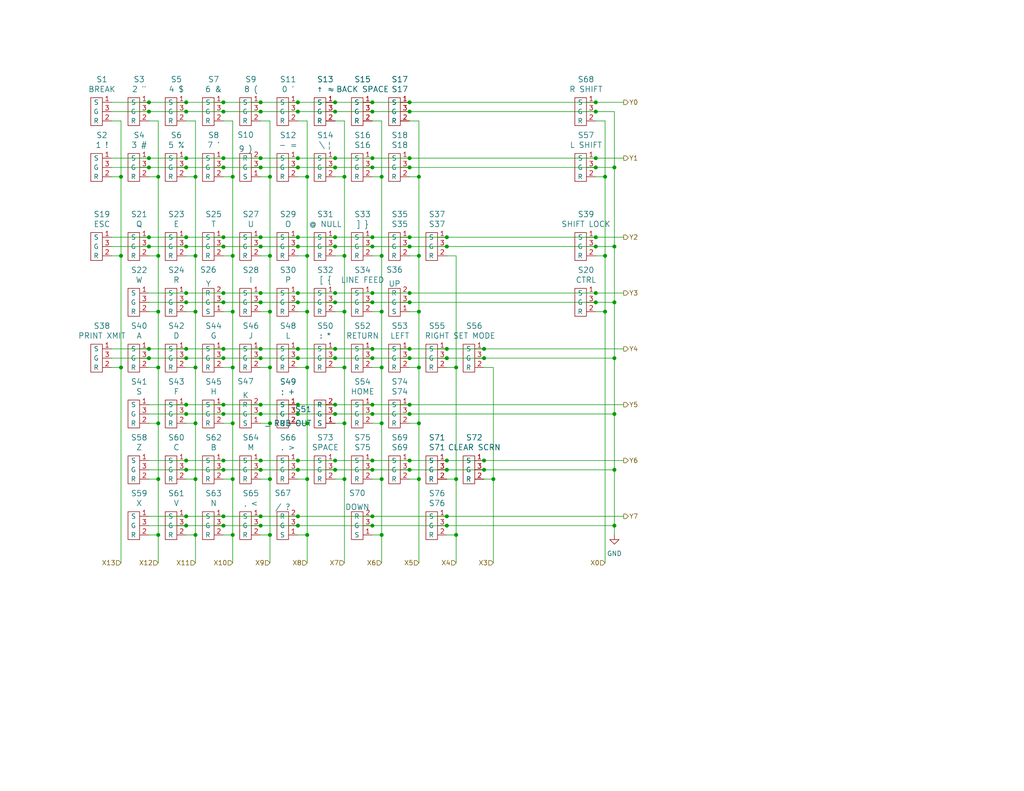
<source format=kicad_sch>
(kicad_sch (version 20211123) (generator eeschema)
  (paper "USLetter")
  (junction (at 40.64 30.48))
  (junction (at 93.98 115.57))
  (junction (at 132.08 128.27))
  (junction (at 71.12 82.55))
  (junction (at 81.28 82.55))
  (junction (at 121.92 140.97))
  (junction (at 101.6 43.18))
  (junction (at 132.08 97.79))
  (junction (at 63.5 130.81))
  (junction (at 91.44 95.25))
  (junction (at 114.3 100.33))
  (junction (at 121.92 143.51))
  (junction (at 124.46 130.81))
  (junction (at 60.96 27.94))
  (junction (at 33.02 48.26))
  (junction (at 71.12 113.03))
  (junction (at 111.76 97.79))
  (junction (at 162.56 82.55))
  (junction (at 60.96 140.97))
  (junction (at 167.64 97.79))
  (junction (at 111.76 128.27))
  (junction (at 43.18 48.26))
  (junction (at 111.76 67.31))
  (junction (at 60.96 95.25))
  (junction (at 91.44 82.55))
  (junction (at 91.44 125.73))
  (junction (at 63.5 85.09))
  (junction (at 162.56 67.31))
  (junction (at 111.76 27.94))
  (junction (at 111.76 95.25))
  (junction (at 33.02 69.85))
  (junction (at 104.14 85.09))
  (junction (at 60.96 82.55))
  (junction (at 50.8 113.03))
  (junction (at 167.64 113.03))
  (junction (at 81.28 30.48))
  (junction (at 71.12 143.51))
  (junction (at 43.18 115.57))
  (junction (at 83.82 115.57))
  (junction (at 33.02 100.33))
  (junction (at 60.96 30.48))
  (junction (at 93.98 69.85))
  (junction (at 91.44 43.18))
  (junction (at 71.12 110.49))
  (junction (at 50.8 82.55))
  (junction (at 111.76 82.55))
  (junction (at 121.92 67.31))
  (junction (at 73.66 146.05))
  (junction (at 124.46 100.33))
  (junction (at 71.12 30.48))
  (junction (at 71.12 45.72))
  (junction (at 101.6 45.72))
  (junction (at 167.64 45.72))
  (junction (at 162.56 30.48))
  (junction (at 167.64 143.51))
  (junction (at 73.66 130.81))
  (junction (at 93.98 100.33))
  (junction (at 40.64 64.77))
  (junction (at 60.96 125.73))
  (junction (at 101.6 27.94))
  (junction (at 101.6 80.01))
  (junction (at 50.8 110.49))
  (junction (at 81.28 27.94))
  (junction (at 91.44 64.77))
  (junction (at 50.8 67.31))
  (junction (at 43.18 146.05))
  (junction (at 60.96 43.18))
  (junction (at 81.28 45.72))
  (junction (at 60.96 45.72))
  (junction (at 124.46 146.05))
  (junction (at 104.14 115.57))
  (junction (at 81.28 113.03))
  (junction (at 81.28 125.73))
  (junction (at 50.8 95.25))
  (junction (at 165.1 48.26))
  (junction (at 93.98 48.26))
  (junction (at 60.96 113.03))
  (junction (at 53.34 69.85))
  (junction (at 63.5 146.05))
  (junction (at 91.44 113.03))
  (junction (at 134.62 130.81))
  (junction (at 101.6 110.49))
  (junction (at 93.98 85.09))
  (junction (at 40.64 95.25))
  (junction (at 81.28 67.31))
  (junction (at 111.76 113.03))
  (junction (at 50.8 140.97))
  (junction (at 162.56 80.01))
  (junction (at 167.64 67.31))
  (junction (at 73.66 100.33))
  (junction (at 83.82 100.33))
  (junction (at 83.82 130.81))
  (junction (at 121.92 95.25))
  (junction (at 63.5 100.33))
  (junction (at 81.28 80.01))
  (junction (at 104.14 48.26))
  (junction (at 53.34 130.81))
  (junction (at 104.14 146.05))
  (junction (at 91.44 80.01))
  (junction (at 114.3 69.85))
  (junction (at 91.44 97.79))
  (junction (at 60.96 97.79))
  (junction (at 111.76 125.73))
  (junction (at 50.8 125.73))
  (junction (at 50.8 43.18))
  (junction (at 165.1 69.85))
  (junction (at 111.76 64.77))
  (junction (at 101.6 125.73))
  (junction (at 40.64 45.72))
  (junction (at 73.66 48.26))
  (junction (at 81.28 43.18))
  (junction (at 162.56 27.94))
  (junction (at 104.14 130.81))
  (junction (at 40.64 97.79))
  (junction (at 53.34 146.05))
  (junction (at 81.28 97.79))
  (junction (at 50.8 45.72))
  (junction (at 121.92 64.77))
  (junction (at 81.28 95.25))
  (junction (at 60.96 64.77))
  (junction (at 63.5 48.26))
  (junction (at 101.6 97.79))
  (junction (at 91.44 45.72))
  (junction (at 40.64 43.18))
  (junction (at 60.96 67.31))
  (junction (at 132.08 125.73))
  (junction (at 91.44 110.49))
  (junction (at 43.18 100.33))
  (junction (at 101.6 67.31))
  (junction (at 50.8 27.94))
  (junction (at 114.3 85.09))
  (junction (at 101.6 143.51))
  (junction (at 81.28 143.51))
  (junction (at 111.76 110.49))
  (junction (at 73.66 115.57))
  (junction (at 71.12 95.25))
  (junction (at 71.12 67.31))
  (junction (at 104.14 100.33))
  (junction (at 91.44 30.48))
  (junction (at 162.56 43.18))
  (junction (at 83.82 69.85))
  (junction (at 167.64 82.55))
  (junction (at 83.82 146.05))
  (junction (at 43.18 69.85))
  (junction (at 40.64 27.94))
  (junction (at 121.92 125.73))
  (junction (at 91.44 128.27))
  (junction (at 71.12 80.01))
  (junction (at 71.12 125.73))
  (junction (at 71.12 64.77))
  (junction (at 111.76 30.48))
  (junction (at 81.28 140.97))
  (junction (at 60.96 128.27))
  (junction (at 111.76 43.18))
  (junction (at 53.34 115.57))
  (junction (at 114.3 48.26))
  (junction (at 83.82 85.09))
  (junction (at 50.8 143.51))
  (junction (at 50.8 30.48))
  (junction (at 114.3 115.57))
  (junction (at 132.08 95.25))
  (junction (at 121.92 128.27))
  (junction (at 40.64 67.31))
  (junction (at 53.34 85.09))
  (junction (at 111.76 80.01))
  (junction (at 101.6 140.97))
  (junction (at 71.12 140.97))
  (junction (at 73.66 85.09))
  (junction (at 101.6 30.48))
  (junction (at 91.44 27.94))
  (junction (at 43.18 130.81))
  (junction (at 71.12 27.94))
  (junction (at 73.66 69.85))
  (junction (at 63.5 69.85))
  (junction (at 53.34 48.26))
  (junction (at 104.14 69.85))
  (junction (at 162.56 64.77))
  (junction (at 71.12 97.79))
  (junction (at 53.34 100.33))
  (junction (at 101.6 82.55))
  (junction (at 50.8 80.01))
  (junction (at 167.64 128.27))
  (junction (at 162.56 45.72))
  (junction (at 101.6 128.27))
  (junction (at 71.12 43.18))
  (junction (at 81.28 110.49))
  (junction (at 43.18 85.09))
  (junction (at 50.8 128.27))
  (junction (at 101.6 113.03))
  (junction (at 71.12 128.27))
  (junction (at 91.44 67.31))
  (junction (at 165.1 85.09))
  (junction (at 93.98 130.81))
  (junction (at 81.28 128.27))
  (junction (at 101.6 95.25))
  (junction (at 60.96 80.01))
  (junction (at 50.8 97.79))
  (junction (at 101.6 64.77))
  (junction (at 60.96 143.51))
  (junction (at 111.76 45.72))
  (junction (at 50.8 64.77))
  (junction (at 121.92 97.79))
  (junction (at 81.28 64.77))
  (junction (at 83.82 48.26))
  (junction (at 114.3 130.81))
  (junction (at 63.5 115.57))
  (junction (at 60.96 110.49))
  (wire (pts (xy 111.76 33.02) (xy 114.3 33.02)))
  (wire (pts (xy 30.48 97.79) (xy 40.64 97.79)))
  (wire (pts (xy 73.66 85.09) (xy 73.66 100.33)))
  (wire (pts (xy 134.62 100.33) (xy 134.62 130.81)))
  (wire (pts (xy 101.6 80.01) (xy 111.76 80.01)))
  (wire (pts (xy 162.56 27.94) (xy 170.18 27.94)))
  (wire (pts (xy 111.76 110.49) (xy 170.18 110.49)))
  (wire (pts (xy 71.12 80.01) (xy 81.28 80.01)))
  (wire (pts (xy 40.64 43.18) (xy 50.8 43.18)))
  (wire (pts (xy 167.64 45.72) (xy 167.64 67.31)))
  (wire (pts (xy 73.66 85.09) (xy 71.12 85.09)))
  (wire (pts (xy 50.8 100.33) (xy 53.34 100.33)))
  (wire (pts (xy 91.44 64.77) (xy 101.6 64.77)))
  (wire (pts (xy 91.44 45.72) (xy 101.6 45.72)))
  (wire (pts (xy 53.34 115.57) (xy 53.34 130.81)))
  (wire (pts (xy 167.64 30.48) (xy 167.64 45.72)))
  (wire (pts (xy 111.76 128.27) (xy 121.92 128.27)))
  (wire (pts (xy 50.8 113.03) (xy 60.96 113.03)))
  (wire (pts (xy 101.6 97.79) (xy 111.76 97.79)))
  (wire (pts (xy 162.56 33.02) (xy 165.1 33.02)))
  (wire (pts (xy 165.1 69.85) (xy 165.1 85.09)))
  (wire (pts (xy 60.96 95.25) (xy 71.12 95.25)))
  (wire (pts (xy 121.92 143.51) (xy 167.64 143.51)))
  (wire (pts (xy 81.28 43.18) (xy 91.44 43.18)))
  (wire (pts (xy 40.64 82.55) (xy 50.8 82.55)))
  (wire (pts (xy 53.34 130.81) (xy 53.34 146.05)))
  (wire (pts (xy 81.28 113.03) (xy 91.44 113.03)))
  (wire (pts (xy 101.6 128.27) (xy 111.76 128.27)))
  (wire (pts (xy 83.82 115.57) (xy 83.82 130.81)))
  (wire (pts (xy 124.46 146.05) (xy 124.46 153.67)))
  (wire (pts (xy 101.6 67.31) (xy 111.76 67.31)))
  (wire (pts (xy 71.12 130.81) (xy 73.66 130.81)))
  (wire (pts (xy 33.02 48.26) (xy 33.02 69.85)))
  (wire (pts (xy 33.02 100.33) (xy 33.02 153.67)))
  (wire (pts (xy 81.28 128.27) (xy 91.44 128.27)))
  (wire (pts (xy 71.12 95.25) (xy 81.28 95.25)))
  (wire (pts (xy 121.92 140.97) (xy 170.18 140.97)))
  (wire (pts (xy 73.66 115.57) (xy 73.66 130.81)))
  (wire (pts (xy 132.08 95.25) (xy 170.18 95.25)))
  (wire (pts (xy 60.96 45.72) (xy 71.12 45.72)))
  (wire (pts (xy 50.8 146.05) (xy 53.34 146.05)))
  (wire (pts (xy 114.3 48.26) (xy 111.76 48.26)))
  (wire (pts (xy 167.64 97.79) (xy 167.64 113.03)))
  (wire (pts (xy 101.6 125.73) (xy 111.76 125.73)))
  (wire (pts (xy 134.62 130.81) (xy 134.62 153.67)))
  (wire (pts (xy 71.12 43.18) (xy 81.28 43.18)))
  (wire (pts (xy 60.96 43.18) (xy 71.12 43.18)))
  (wire (pts (xy 73.66 69.85) (xy 73.66 85.09)))
  (wire (pts (xy 40.64 64.77) (xy 50.8 64.77)))
  (wire (pts (xy 111.76 100.33) (xy 114.3 100.33)))
  (wire (pts (xy 71.12 97.79) (xy 81.28 97.79)))
  (wire (pts (xy 81.28 143.51) (xy 71.12 143.51)))
  (wire (pts (xy 40.64 80.01) (xy 50.8 80.01)))
  (wire (pts (xy 30.48 30.48) (xy 40.64 30.48)))
  (wire (pts (xy 81.28 115.57) (xy 83.82 115.57)))
  (wire (pts (xy 53.34 48.26) (xy 50.8 48.26)))
  (wire (pts (xy 50.8 95.25) (xy 60.96 95.25)))
  (wire (pts (xy 50.8 43.18) (xy 60.96 43.18)))
  (wire (pts (xy 53.34 85.09) (xy 53.34 100.33)))
  (wire (pts (xy 40.64 67.31) (xy 50.8 67.31)))
  (wire (pts (xy 81.28 100.33) (xy 83.82 100.33)))
  (wire (pts (xy 43.18 33.02) (xy 43.18 48.26)))
  (wire (pts (xy 114.3 130.81) (xy 114.3 153.67)))
  (wire (pts (xy 73.66 48.26) (xy 73.66 69.85)))
  (wire (pts (xy 81.28 33.02) (xy 83.82 33.02)))
  (wire (pts (xy 104.14 146.05) (xy 104.14 153.67)))
  (wire (pts (xy 60.96 113.03) (xy 71.12 113.03)))
  (wire (pts (xy 114.3 85.09) (xy 114.3 100.33)))
  (wire (pts (xy 71.12 115.57) (xy 73.66 115.57)))
  (wire (pts (xy 60.96 64.77) (xy 71.12 64.77)))
  (wire (pts (xy 121.92 143.51) (xy 101.6 143.51)))
  (wire (pts (xy 91.44 110.49) (xy 101.6 110.49)))
  (wire (pts (xy 162.56 80.01) (xy 170.18 80.01)))
  (wire (pts (xy 104.14 33.02) (xy 104.14 48.26)))
  (wire (pts (xy 162.56 43.18) (xy 170.18 43.18)))
  (wire (pts (xy 93.98 33.02) (xy 93.98 48.26)))
  (wire (pts (xy 60.96 130.81) (xy 63.5 130.81)))
  (wire (pts (xy 40.64 69.85) (xy 43.18 69.85)))
  (wire (pts (xy 81.28 69.85) (xy 83.82 69.85)))
  (wire (pts (xy 91.44 80.01) (xy 101.6 80.01)))
  (wire (pts (xy 111.76 82.55) (xy 162.56 82.55)))
  (wire (pts (xy 167.64 67.31) (xy 167.64 82.55)))
  (wire (pts (xy 104.14 100.33) (xy 104.14 115.57)))
  (wire (pts (xy 40.64 130.81) (xy 43.18 130.81)))
  (wire (pts (xy 91.44 67.31) (xy 101.6 67.31)))
  (wire (pts (xy 30.48 67.31) (xy 40.64 67.31)))
  (wire (pts (xy 40.64 27.94) (xy 50.8 27.94)))
  (wire (pts (xy 165.1 48.26) (xy 165.1 69.85)))
  (wire (pts (xy 101.6 95.25) (xy 111.76 95.25)))
  (wire (pts (xy 50.8 64.77) (xy 60.96 64.77)))
  (wire (pts (xy 60.96 33.02) (xy 63.5 33.02)))
  (wire (pts (xy 162.56 82.55) (xy 167.64 82.55)))
  (wire (pts (xy 104.14 85.09) (xy 101.6 85.09)))
  (wire (pts (xy 50.8 69.85) (xy 53.34 69.85)))
  (wire (pts (xy 63.5 69.85) (xy 63.5 85.09)))
  (wire (pts (xy 111.76 115.57) (xy 114.3 115.57)))
  (wire (pts (xy 30.48 100.33) (xy 33.02 100.33)))
  (wire (pts (xy 53.34 100.33) (xy 53.34 115.57)))
  (wire (pts (xy 50.8 130.81) (xy 53.34 130.81)))
  (wire (pts (xy 43.18 85.09) (xy 43.18 100.33)))
  (wire (pts (xy 71.12 33.02) (xy 73.66 33.02)))
  (wire (pts (xy 83.82 69.85) (xy 83.82 85.09)))
  (wire (pts (xy 71.12 45.72) (xy 81.28 45.72)))
  (wire (pts (xy 53.34 33.02) (xy 53.34 48.26)))
  (wire (pts (xy 63.5 153.67) (xy 63.5 146.05)))
  (wire (pts (xy 167.64 128.27) (xy 167.64 143.51)))
  (wire (pts (xy 40.64 45.72) (xy 50.8 45.72)))
  (wire (pts (xy 93.98 130.81) (xy 93.98 153.67)))
  (wire (pts (xy 43.18 100.33) (xy 43.18 115.57)))
  (wire (pts (xy 93.98 100.33) (xy 93.98 115.57)))
  (wire (pts (xy 114.3 85.09) (xy 111.76 85.09)))
  (wire (pts (xy 101.6 27.94) (xy 111.76 27.94)))
  (wire (pts (xy 121.92 128.27) (xy 132.08 128.27)))
  (wire (pts (xy 81.28 64.77) (xy 91.44 64.77)))
  (wire (pts (xy 91.44 33.02) (xy 93.98 33.02)))
  (wire (pts (xy 60.96 143.51) (xy 50.8 143.51)))
  (wire (pts (xy 60.96 69.85) (xy 63.5 69.85)))
  (wire (pts (xy 33.02 33.02) (xy 33.02 48.26)))
  (wire (pts (xy 121.92 100.33) (xy 124.46 100.33)))
  (wire (pts (xy 162.56 85.09) (xy 165.1 85.09)))
  (wire (pts (xy 43.18 48.26) (xy 43.18 69.85)))
  (wire (pts (xy 101.6 113.03) (xy 111.76 113.03)))
  (wire (pts (xy 111.76 80.01) (xy 162.56 80.01)))
  (wire (pts (xy 111.76 130.81) (xy 114.3 130.81)))
  (wire (pts (xy 111.76 45.72) (xy 162.56 45.72)))
  (wire (pts (xy 93.98 115.57) (xy 93.98 130.81)))
  (wire (pts (xy 60.96 80.01) (xy 71.12 80.01)))
  (wire (pts (xy 30.48 43.18) (xy 40.64 43.18)))
  (wire (pts (xy 121.92 97.79) (xy 132.08 97.79)))
  (wire (pts (xy 162.56 69.85) (xy 165.1 69.85)))
  (wire (pts (xy 40.64 95.25) (xy 50.8 95.25)))
  (wire (pts (xy 162.56 67.31) (xy 167.64 67.31)))
  (wire (pts (xy 165.1 85.09) (xy 165.1 153.67)))
  (wire (pts (xy 30.48 64.77) (xy 40.64 64.77)))
  (wire (pts (xy 60.96 115.57) (xy 63.5 115.57)))
  (wire (pts (xy 83.82 48.26) (xy 83.82 69.85)))
  (wire (pts (xy 53.34 69.85) (xy 53.34 85.09)))
  (wire (pts (xy 121.92 125.73) (xy 132.08 125.73)))
  (wire (pts (xy 71.12 82.55) (xy 81.28 82.55)))
  (wire (pts (xy 81.28 80.01) (xy 91.44 80.01)))
  (wire (pts (xy 63.5 130.81) (xy 63.5 146.05)))
  (wire (pts (xy 111.76 67.31) (xy 121.92 67.31)))
  (wire (pts (xy 30.48 33.02) (xy 33.02 33.02)))
  (wire (pts (xy 53.34 48.26) (xy 53.34 69.85)))
  (wire (pts (xy 83.82 85.09) (xy 81.28 85.09)))
  (wire (pts (xy 91.44 95.25) (xy 101.6 95.25)))
  (wire (pts (xy 91.44 27.94) (xy 101.6 27.94)))
  (wire (pts (xy 71.12 27.94) (xy 81.28 27.94)))
  (wire (pts (xy 111.76 43.18) (xy 162.56 43.18)))
  (wire (pts (xy 101.6 64.77) (xy 111.76 64.77)))
  (wire (pts (xy 111.76 27.94) (xy 162.56 27.94)))
  (wire (pts (xy 162.56 48.26) (xy 165.1 48.26)))
  (wire (pts (xy 162.56 45.72) (xy 167.64 45.72)))
  (wire (pts (xy 73.66 130.81) (xy 73.66 146.05)))
  (wire (pts (xy 121.92 95.25) (xy 132.08 95.25)))
  (wire (pts (xy 40.64 100.33) (xy 43.18 100.33)))
  (wire (pts (xy 132.08 100.33) (xy 134.62 100.33)))
  (wire (pts (xy 73.66 100.33) (xy 73.66 115.57)))
  (wire (pts (xy 30.48 45.72) (xy 40.64 45.72)))
  (wire (pts (xy 60.96 128.27) (xy 71.12 128.27)))
  (wire (pts (xy 91.44 97.79) (xy 101.6 97.79)))
  (wire (pts (xy 40.64 33.02) (xy 43.18 33.02)))
  (wire (pts (xy 33.02 69.85) (xy 33.02 100.33)))
  (wire (pts (xy 114.3 100.33) (xy 114.3 115.57)))
  (wire (pts (xy 63.5 115.57) (xy 63.5 130.81)))
  (wire (pts (xy 81.28 82.55) (xy 91.44 82.55)))
  (wire (pts (xy 43.18 69.85) (xy 43.18 85.09)))
  (wire (pts (xy 91.44 128.27) (xy 101.6 128.27)))
  (wire (pts (xy 73.66 33.02) (xy 73.66 48.26)))
  (wire (pts (xy 71.12 128.27) (xy 81.28 128.27)))
  (wire (pts (xy 121.92 69.85) (xy 124.46 69.85)))
  (wire (pts (xy 50.8 110.49) (xy 60.96 110.49)))
  (wire (pts (xy 83.82 33.02) (xy 83.82 48.26)))
  (wire (pts (xy 167.64 82.55) (xy 167.64 97.79)))
  (wire (pts (xy 81.28 95.25) (xy 91.44 95.25)))
  (wire (pts (xy 81.28 97.79) (xy 91.44 97.79)))
  (wire (pts (xy 101.6 69.85) (xy 104.14 69.85)))
  (wire (pts (xy 40.64 115.57) (xy 43.18 115.57)))
  (wire (pts (xy 81.28 27.94) (xy 91.44 27.94)))
  (wire (pts (xy 81.28 30.48) (xy 91.44 30.48)))
  (wire (pts (xy 101.6 33.02) (xy 104.14 33.02)))
  (wire (pts (xy 71.12 125.73) (xy 81.28 125.73)))
  (wire (pts (xy 132.08 128.27) (xy 167.64 128.27)))
  (wire (pts (xy 104.14 48.26) (xy 101.6 48.26)))
  (wire (pts (xy 124.46 100.33) (xy 124.46 130.81)))
  (wire (pts (xy 93.98 69.85) (xy 93.98 85.09)))
  (wire (pts (xy 91.44 115.57) (xy 93.98 115.57)))
  (wire (pts (xy 81.28 140.97) (xy 101.6 140.97)))
  (wire (pts (xy 40.64 143.51) (xy 50.8 143.51)))
  (wire (pts (xy 60.96 143.51) (xy 71.12 143.51)))
  (wire (pts (xy 83.82 130.81) (xy 83.82 146.05)))
  (wire (pts (xy 91.44 43.18) (xy 101.6 43.18)))
  (wire (pts (xy 101.6 100.33) (xy 104.14 100.33)))
  (wire (pts (xy 104.14 48.26) (xy 104.14 69.85)))
  (wire (pts (xy 114.3 48.26) (xy 114.3 69.85)))
  (wire (pts (xy 111.76 97.79) (xy 121.92 97.79)))
  (wire (pts (xy 81.28 130.81) (xy 83.82 130.81)))
  (wire (pts (xy 165.1 33.02) (xy 165.1 48.26)))
  (wire (pts (xy 101.6 146.05) (xy 104.14 146.05)))
  (wire (pts (xy 111.76 69.85) (xy 114.3 69.85)))
  (wire (pts (xy 60.96 97.79) (xy 71.12 97.79)))
  (wire (pts (xy 132.08 97.79) (xy 167.64 97.79)))
  (wire (pts (xy 111.76 95.25) (xy 121.92 95.25)))
  (wire (pts (xy 81.28 143.51) (xy 101.6 143.51)))
  (wire (pts (xy 60.96 140.97) (xy 71.12 140.97)))
  (wire (pts (xy 101.6 140.97) (xy 121.92 140.97)))
  (wire (pts (xy 40.64 30.48) (xy 50.8 30.48)))
  (wire (pts (xy 81.28 67.31) (xy 91.44 67.31)))
  (wire (pts (xy 81.28 125.73) (xy 91.44 125.73)))
  (wire (pts (xy 40.64 140.97) (xy 50.8 140.97)))
  (wire (pts (xy 124.46 130.81) (xy 124.46 146.05)))
  (wire (pts (xy 91.44 69.85) (xy 93.98 69.85)))
  (wire (pts (xy 81.28 146.05) (xy 83.82 146.05)))
  (wire (pts (xy 167.64 113.03) (xy 167.64 128.27)))
  (wire (pts (xy 63.5 48.26) (xy 63.5 69.85)))
  (wire (pts (xy 50.8 97.79) (xy 60.96 97.79)))
  (wire (pts (xy 104.14 85.09) (xy 104.14 100.33)))
  (wire (pts (xy 114.3 33.02) (xy 114.3 48.26)))
  (wire (pts (xy 114.3 115.57) (xy 114.3 130.81)))
  (wire (pts (xy 104.14 69.85) (xy 104.14 85.09)))
  (wire (pts (xy 93.98 85.09) (xy 93.98 100.33)))
  (wire (pts (xy 40.64 110.49) (xy 50.8 110.49)))
  (wire (pts (xy 71.12 100.33) (xy 73.66 100.33)))
  (wire (pts (xy 111.76 113.03) (xy 167.64 113.03)))
  (wire (pts (xy 111.76 125.73) (xy 121.92 125.73)))
  (wire (pts (xy 83.82 48.26) (xy 81.28 48.26)))
  (wire (pts (xy 63.5 33.02) (xy 63.5 48.26)))
  (wire (pts (xy 81.28 45.72) (xy 91.44 45.72)))
  (wire (pts (xy 93.98 85.09) (xy 91.44 85.09)))
  (wire (pts (xy 50.8 128.27) (xy 60.96 128.27)))
  (wire (pts (xy 83.82 100.33) (xy 83.82 115.57)))
  (wire (pts (xy 43.18 48.26) (xy 40.64 48.26)))
  (wire (pts (xy 53.34 146.05) (xy 53.34 153.67)))
  (wire (pts (xy 50.8 27.94) (xy 60.96 27.94)))
  (wire (pts (xy 91.44 30.48) (xy 101.6 30.48)))
  (wire (pts (xy 63.5 48.26) (xy 60.96 48.26)))
  (wire (pts (xy 91.44 82.55) (xy 101.6 82.55)))
  (wire (pts (xy 132.08 125.73) (xy 170.18 125.73)))
  (wire (pts (xy 121.92 146.05) (xy 124.46 146.05)))
  (wire (pts (xy 71.12 67.31) (xy 81.28 67.31)))
  (wire (pts (xy 81.28 110.49) (xy 91.44 110.49)))
  (wire (pts (xy 91.44 100.33) (xy 93.98 100.33)))
  (wire (pts (xy 91.44 130.81) (xy 93.98 130.81)))
  (wire (pts (xy 101.6 45.72) (xy 111.76 45.72)))
  (wire (pts (xy 71.12 113.03) (xy 81.28 113.03)))
  (wire (pts (xy 93.98 48.26) (xy 91.44 48.26)))
  (wire (pts (xy 60.96 100.33) (xy 63.5 100.33)))
  (wire (pts (xy 114.3 69.85) (xy 114.3 85.09)))
  (wire (pts (xy 104.14 115.57) (xy 104.14 130.81)))
  (wire (pts (xy 43.18 85.09) (xy 40.64 85.09)))
  (wire (pts (xy 101.6 110.49) (xy 111.76 110.49)))
  (wire (pts (xy 101.6 115.57) (xy 104.14 115.57)))
  (wire (pts (xy 63.5 100.33) (xy 63.5 115.57)))
  (wire (pts (xy 60.96 27.94) (xy 71.12 27.94)))
  (wire (pts (xy 101.6 130.81) (xy 104.14 130.81)))
  (wire (pts (xy 30.48 27.94) (xy 40.64 27.94)))
  (wire (pts (xy 162.56 30.48) (xy 167.64 30.48)))
  (wire (pts (xy 63.5 85.09) (xy 63.5 100.33)))
  (wire (pts (xy 60.96 146.05) (xy 63.5 146.05)))
  (wire (pts (xy 73.66 146.05) (xy 73.66 153.67)))
  (wire (pts (xy 132.08 130.81) (xy 134.62 130.81)))
  (wire (pts (xy 93.98 48.26) (xy 93.98 69.85)))
  (wire (pts (xy 121.92 64.77) (xy 162.56 64.77)))
  (wire (pts (xy 71.12 140.97) (xy 81.28 140.97)))
  (wire (pts (xy 71.12 146.05) (xy 73.66 146.05)))
  (wire (pts (xy 53.34 85.09) (xy 50.8 85.09)))
  (wire (pts (xy 91.44 113.03) (xy 101.6 113.03)))
  (wire (pts (xy 91.44 125.73) (xy 101.6 125.73)))
  (wire (pts (xy 60.96 67.31) (xy 71.12 67.31)))
  (wire (pts (xy 40.64 113.03) (xy 50.8 113.03)))
  (wire (pts (xy 43.18 146.05) (xy 43.18 153.67)))
  (wire (pts (xy 101.6 30.48) (xy 111.76 30.48)))
  (wire (pts (xy 43.18 130.81) (xy 43.18 146.05)))
  (wire (pts (xy 60.96 110.49) (xy 71.12 110.49)))
  (wire (pts (xy 73.66 48.26) (xy 71.12 48.26)))
  (wire (pts (xy 43.18 115.57) (xy 43.18 130.81)))
  (wire (pts (xy 104.14 130.81) (xy 104.14 146.05)))
  (wire (pts (xy 71.12 69.85) (xy 73.66 69.85)))
  (wire (pts (xy 50.8 140.97) (xy 60.96 140.97)))
  (wire (pts (xy 71.12 64.77) (xy 81.28 64.77)))
  (wire (pts (xy 71.12 110.49) (xy 81.28 110.49)))
  (wire (pts (xy 162.56 64.77) (xy 170.18 64.77)))
  (wire (pts (xy 124.46 69.85) (xy 124.46 100.33)))
  (wire (pts (xy 30.48 95.25) (xy 40.64 95.25)))
  (wire (pts (xy 167.64 143.51) (xy 167.64 146.05)))
  (wire (pts (xy 83.82 146.05) (xy 83.82 153.67)))
  (wire (pts (xy 101.6 82.55) (xy 111.76 82.55)))
  (wire (pts (xy 63.5 85.09) (xy 60.96 85.09)))
  (wire (pts (xy 60.96 30.48) (xy 71.12 30.48)))
  (wire (pts (xy 111.76 64.77) (xy 121.92 64.77)))
  (wire (pts (xy 60.96 82.55) (xy 71.12 82.55)))
  (wire (pts (xy 40.64 97.79) (xy 50.8 97.79)))
  (wire (pts (xy 71.12 30.48) (xy 81.28 30.48)))
  (wire (pts (xy 50.8 125.73) (xy 60.96 125.73)))
  (wire (pts (xy 40.64 146.05) (xy 43.18 146.05)))
  (wire (pts (xy 101.6 43.18) (xy 111.76 43.18)))
  (wire (pts (xy 40.64 125.73) (xy 50.8 125.73)))
  (wire (pts (xy 50.8 45.72) (xy 60.96 45.72)))
  (wire (pts (xy 50.8 33.02) (xy 53.34 33.02)))
  (wire (pts (xy 30.48 69.85) (xy 33.02 69.85)))
  (wire (pts (xy 121.92 130.81) (xy 124.46 130.81)))
  (wire (pts (xy 60.96 125.73) (xy 71.12 125.73)))
  (wire (pts (xy 50.8 80.01) (xy 60.96 80.01)))
  (wire (pts (xy 111.76 30.48) (xy 162.56 30.48)))
  (wire (pts (xy 40.64 128.27) (xy 50.8 128.27)))
  (wire (pts (xy 50.8 67.31) (xy 60.96 67.31)))
  (wire (pts (xy 50.8 82.55) (xy 60.96 82.55)))
  (wire (pts (xy 83.82 85.09) (xy 83.82 100.33)))
  (wire (pts (xy 121.92 67.31) (xy 162.56 67.31)))
  (wire (pts (xy 50.8 30.48) (xy 60.96 30.48)))
  (wire (pts (xy 33.02 48.26) (xy 30.48 48.26)))
  (wire (pts (xy 50.8 115.57) (xy 53.34 115.57)))
  (hierarchical_label "Y3" (shape output) (at 170.18 80.01 0))
  (hierarchical_label "Y1" (shape output) (at 170.18 43.18 0))
  (hierarchical_label "X10" (shape input) (at 63.5 153.67 180))
  (hierarchical_label "X5" (shape input) (at 114.3 153.67 180))
  (hierarchical_label "X4" (shape input) (at 124.46 153.67 180))
  (hierarchical_label "X13" (shape input) (at 33.02 153.67 180))
  (hierarchical_label "X12" (shape input) (at 43.18 153.67 180))
  (hierarchical_label "Y7" (shape output) (at 170.18 140.97 0))
  (hierarchical_label "Y4" (shape output) (at 170.18 95.25 0))
  (hierarchical_label "X8" (shape input) (at 83.82 153.67 180))
  (hierarchical_label "X3" (shape input) (at 134.62 153.67 180))
  (hierarchical_label "Y6" (shape output) (at 170.18 125.73 0))
  (hierarchical_label "X0" (shape input) (at 165.1 153.67 180))
  (hierarchical_label "X11" (shape input) (at 53.34 153.67 180))
  (hierarchical_label "X6" (shape input) (at 104.14 153.67 180))
  (hierarchical_label "Y0" (shape output) (at 170.18 27.94 0))
  (hierarchical_label "Y5" (shape output) (at 170.18 110.49 0))
  (hierarchical_label "X9" (shape input) (at 73.66 153.67 180))
  (hierarchical_label "X7" (shape input) (at 93.98 153.67 180))
  (hierarchical_label "Y2" (shape output) (at 170.18 64.77 0))
  (symbol (lib_name "NewToprePad_11") (lib_id "TopreLib:NewToprePad") (at 99.06 128.27 0) (unit 1)
    (property "Reference" "S75" (at 98.933 119.4562 0) (effects (font (size 1.524 1.524))))
    (property "Value" "S75" (at 98.933 122.1486 0) (effects (font (size 1.524 1.524))))
    (property "Footprint" "lib:KTCPad" (effects hide))
  )
  (symbol (lib_name "NewToprePad_48") (lib_id "TopreLib:NewToprePad") (at 78.74 45.72 0) (unit 1)
    (property "Reference" "S12" (at 78.613 36.9062 0) (effects (font (size 1.524 1.524))))
    (property "Value" "- =" (at 78.613 39.5986 0) (effects (font (size 1.524 1.524))))
    (property "Footprint" "lib:KTCPad" (effects hide))
  )
  (symbol (lib_name "NewToprePad_18") (lib_id "TopreLib:NewToprePad") (at 78.74 143.51 0) (mirror x) (unit 1)
    (property "Reference" "S67" (at 77.1779 134.62 0) (effects (font (size 1.524 1.524))))
    (property "Value" "/ ?" (at 77.1779 138.43 0) (effects (font (size 1.524 1.524))))
    (property "Footprint" "lib:KTCPadScrew" (effects hide))
  )
  (symbol (lib_name "NewToprePad_15") (lib_id "TopreLib:NewToprePad") (at 109.22 113.03 0) (unit 1)
    (property "Reference" "S74" (at 109.093 104.2162 0) (effects (font (size 1.524 1.524))))
    (property "Value" "S74" (at 109.093 106.9086 0) (effects (font (size 1.524 1.524))))
    (property "Footprint" "lib:KTCPad" (effects hide))
  )
  (symbol (lib_name "NewToprePad_52") (lib_id "TopreLib:NewToprePad") (at 99.06 67.31 0) (unit 1)
    (property "Reference" "S33" (at 98.933 58.4962 0) (effects (font (size 1.524 1.524))))
    (property "Value" "] }" (at 98.933 61.1886 0) (effects (font (size 1.524 1.524))))
    (property "Footprint" "lib:KTCPad" (effects hide))
  )
  (symbol (lib_name "NewToprePad_66") (lib_id "TopreLib:NewToprePad") (at 88.9 97.79 0) (unit 1)
    (property "Reference" "S50" (at 88.773 88.9762 0) (effects (font (size 1.524 1.524))))
    (property "Value" ": *" (at 88.773 91.6686 0) (effects (font (size 1.524 1.524))))
    (property "Footprint" "lib:KTCPad" (effects hide))
  )
  (symbol (lib_name "NewToprePad_62") (lib_id "TopreLib:NewToprePad") (at 78.74 82.55 0) (unit 1)
    (property "Reference" "S30" (at 78.613 73.7362 0) (effects (font (size 1.524 1.524))))
    (property "Value" "P" (at 78.613 76.4286 0) (effects (font (size 1.524 1.524))))
    (property "Footprint" "lib:KTCPad" (effects hide))
  )
  (symbol (lib_name "NewToprePad_59") (lib_id "TopreLib:NewToprePad") (at 88.9 30.48 0) (unit 1)
    (property "Reference" "S13" (at 88.773 21.6662 0) (effects (font (size 1.524 1.524))))
    (property "Value" "↑ ≈" (at 88.773 24.3586 0) (effects (font (size 1.524 1.524))))
    (property "Footprint" "lib:KTCPad" (effects hide))
  )
  (symbol (lib_name "NewToprePad_36") (lib_id "TopreLib:NewToprePad") (at 129.54 97.79 0) (unit 1)
    (property "Reference" "S56" (at 129.413 88.9762 0) (effects (font (size 1.524 1.524))))
    (property "Value" "SET MODE" (at 129.413 91.6686 0) (effects (font (size 1.524 1.524))))
    (property "Footprint" "lib:KTCPad" (effects hide))
  )
  (symbol (lib_name "NewToprePad_24") (lib_id "TopreLib:NewToprePad") (at 48.26 82.55 0) (unit 1)
    (property "Reference" "S24" (at 48.133 73.7362 0) (effects (font (size 1.524 1.524))))
    (property "Value" "R" (at 48.133 76.4286 0) (effects (font (size 1.524 1.524))))
    (property "Footprint" "lib:KTCPad" (effects hide))
  )
  (symbol (lib_name "NewToprePad_3") (lib_id "TopreLib:NewToprePad") (at 27.94 30.48 0) (unit 1)
    (property "Reference" "S1" (at 27.813 21.6662 0) (effects (font (size 1.524 1.524))))
    (property "Value" "BREAK" (at 27.813 24.3586 0) (effects (font (size 1.524 1.524))))
    (property "Footprint" "lib:KTCPadScrew" (effects hide))
  )
  (symbol (lib_name "NewToprePad_75") (lib_id "TopreLib:NewToprePad") (at 78.74 97.79 0) (unit 1)
    (property "Reference" "S48" (at 78.613 88.9762 0) (effects (font (size 1.524 1.524))))
    (property "Value" "L" (at 78.613 91.6686 0) (effects (font (size 1.524 1.524))))
    (property "Footprint" "lib:KTCPad" (effects hide))
  )
  (symbol (lib_name "NewToprePad_25") (lib_id "TopreLib:NewToprePad") (at 27.94 97.79 0) (unit 1)
    (property "Reference" "S38" (at 27.813 88.9762 0) (effects (font (size 1.524 1.524))))
    (property "Value" "PRINT XMIT" (at 27.813 91.6686 0) (effects (font (size 1.524 1.524))))
    (property "Footprint" "lib:KTCPadScrew" (effects hide))
  )
  (symbol (lib_name "NewToprePad_60") (lib_id "TopreLib:NewToprePad") (at 109.22 30.48 0) (unit 1)
    (property "Reference" "S17" (at 109.093 21.6662 0) (effects (font (size 1.524 1.524))))
    (property "Value" "S17" (at 109.093 24.3586 0) (effects (font (size 1.524 1.524))))
    (property "Footprint" "lib:KTCPad" (effects hide))
  )
  (symbol (lib_name "NewToprePad_42") (lib_id "TopreLib:NewToprePad") (at 48.26 143.51 0) (unit 1)
    (property "Reference" "S61" (at 48.133 134.6962 0) (effects (font (size 1.524 1.524))))
    (property "Value" "V" (at 48.133 137.3886 0) (effects (font (size 1.524 1.524))))
    (property "Footprint" "lib:KTCPad" (effects hide))
  )
  (symbol (lib_name "NewToprePad_55") (lib_id "TopreLib:NewToprePad") (at 109.22 82.55 0) (mirror x) (unit 1)
    (property "Reference" "S36" (at 107.6579 73.66 0) (effects (font (size 1.524 1.524))))
    (property "Value" "UP" (at 107.6579 77.47 0) (effects (font (size 1.524 1.524))))
    (property "Footprint" "lib:KTCPadScrew" (effects hide))
  )
  (symbol (lib_name "NewToprePad_45") (lib_id "TopreLib:NewToprePad") (at 38.1 113.03 0) (unit 1)
    (property "Reference" "S41" (at 37.973 104.2162 0) (effects (font (size 1.524 1.524))))
    (property "Value" "S" (at 37.973 106.9086 0) (effects (font (size 1.524 1.524))))
    (property "Footprint" "lib:KTCPad" (effects hide))
  )
  (symbol (lib_name "NewToprePad_5") (lib_id "TopreLib:NewToprePad") (at 38.1 45.72 0) (unit 1)
    (property "Reference" "S4" (at 37.973 36.9062 0) (effects (font (size 1.524 1.524))))
    (property "Value" "3 #" (at 37.973 39.5986 0) (effects (font (size 1.524 1.524))))
    (property "Footprint" "lib:KTCPad" (effects hide))
  )
  (symbol (lib_name "NewToprePad_51") (lib_id "TopreLib:NewToprePad") (at 88.9 45.72 0) (unit 1)
    (property "Reference" "S14" (at 88.773 36.9062 0) (effects (font (size 1.524 1.524))))
    (property "Value" "\\ ¦" (at 88.773 39.5986 0) (effects (font (size 1.524 1.524))))
    (property "Footprint" "lib:KTCPad" (effects hide))
  )
  (symbol (lib_name "NewToprePad_32") (lib_id "TopreLib:NewToprePad") (at 160.02 45.72 0) (unit 1)
    (property "Reference" "S57" (at 159.893 36.9062 0) (effects (font (size 1.524 1.524))))
    (property "Value" "L SHIFT" (at 159.893 39.5986 0) (effects (font (size 1.524 1.524))))
    (property "Footprint" "lib:KTCPadScrew" (effects hide))
  )
  (symbol (lib_id "TopreLib:NewToprePad") (at 68.58 97.79 0) (unit 1)
    (property "Reference" "S46" (at 68.453 88.9762 0) (effects (font (size 1.524 1.524))))
    (property "Value" "J" (at 68.453 91.6686 0) (effects (font (size 1.524 1.524))))
    (property "Footprint" "lib:KTCPad" (effects hide))
  )
  (symbol (lib_name "NewToprePad_21") (lib_id "TopreLib:NewToprePad") (at 58.42 67.31 0) (unit 1)
    (property "Reference" "S25" (at 58.293 58.4962 0) (effects (font (size 1.524 1.524))))
    (property "Value" "T" (at 58.293 61.1886 0) (effects (font (size 1.524 1.524))))
    (property "Footprint" "lib:KTCPad" (effects hide))
  )
  (symbol (lib_name "NewToprePad_29") (lib_id "TopreLib:NewToprePad") (at 48.26 97.79 0) (unit 1)
    (property "Reference" "S42" (at 48.133 88.9762 0) (effects (font (size 1.524 1.524))))
    (property "Value" "D" (at 48.133 91.6686 0) (effects (font (size 1.524 1.524))))
    (property "Footprint" "lib:KTCPadScrew" (effects hide))
  )
  (symbol (lib_name "NewToprePad_44") (lib_id "TopreLib:NewToprePad") (at 48.26 113.03 0) (unit 1)
    (property "Reference" "S43" (at 48.133 104.2162 0) (effects (font (size 1.524 1.524))))
    (property "Value" "F" (at 48.133 106.9086 0) (effects (font (size 1.524 1.524))))
    (property "Footprint" "lib:KTCPad" (effects hide))
  )
  (symbol (lib_name "NewToprePad_35") (lib_id "TopreLib:NewToprePad") (at 119.38 97.79 0) (unit 1)
    (property "Reference" "S55" (at 119.253 88.9762 0) (effects (font (size 1.524 1.524))))
    (property "Value" "RIGHT" (at 119.253 91.6686 0) (effects (font (size 1.524 1.524))))
    (property "Footprint" "lib:KTCPadScrew" (effects hide))
  )
  (symbol (lib_name "NewToprePad_28") (lib_id "TopreLib:NewToprePad") (at 27.94 67.31 0) (unit 1)
    (property "Reference" "S19" (at 27.813 58.4962 0) (effects (font (size 1.524 1.524))))
    (property "Value" "ESC" (at 27.813 61.1886 0) (effects (font (size 1.524 1.524))))
    (property "Footprint" "lib:KTCPad" (effects hide))
  )
  (symbol (lib_name "NewToprePad_10") (lib_id "TopreLib:NewToprePad") (at 68.58 30.48 0) (unit 1)
    (property "Reference" "S9" (at 68.453 21.6662 0) (effects (font (size 1.524 1.524))))
    (property "Value" "8 (" (at 68.453 24.3586 0) (effects (font (size 1.524 1.524))))
    (property "Footprint" "lib:KTCPad" (effects hide))
  )
  (symbol (lib_name "NewToprePad_53") (lib_id "TopreLib:NewToprePad") (at 88.9 67.31 0) (unit 1)
    (property "Reference" "S31" (at 88.773 58.4962 0) (effects (font (size 1.524 1.524))))
    (property "Value" "@ NULL" (at 88.773 61.1886 0) (effects (font (size 1.524 1.524))))
    (property "Footprint" "lib:KTCPadScrew" (effects hide))
  )
  (symbol (lib_name "NewToprePad_31") (lib_id "TopreLib:NewToprePad") (at 119.38 67.31 0) (unit 1)
    (property "Reference" "S37" (at 119.253 58.4962 0) (effects (font (size 1.524 1.524))))
    (property "Value" "S37" (at 119.253 61.1886 0) (effects (font (size 1.524 1.524))))
    (property "Footprint" "lib:KTCPad" (effects hide))
  )
  (symbol (lib_name "NewToprePad_12") (lib_id "TopreLib:NewToprePad") (at 109.22 128.27 0) (unit 1)
    (property "Reference" "S69" (at 109.093 119.4562 0) (effects (font (size 1.524 1.524))))
    (property "Value" "S69" (at 109.093 122.1486 0) (effects (font (size 1.524 1.524))))
    (property "Footprint" "lib:KTCPad" (effects hide))
  )
  (symbol (lib_name "NewToprePad_57") (lib_id "TopreLib:NewToprePad") (at 109.22 45.72 0) (unit 1)
    (property "Reference" "S18" (at 109.093 36.9062 0) (effects (font (size 1.524 1.524))))
    (property "Value" "S18" (at 109.093 39.5986 0) (effects (font (size 1.524 1.524))))
    (property "Footprint" "lib:KTCPad" (effects hide))
  )
  (symbol (lib_name "NewToprePad_4") (lib_id "TopreLib:NewToprePad") (at 48.26 30.48 0) (unit 1)
    (property "Reference" "S5" (at 48.133 21.6662 0) (effects (font (size 1.524 1.524))))
    (property "Value" "4 $" (at 48.133 24.3586 0) (effects (font (size 1.524 1.524))))
    (property "Footprint" "lib:KTCPadScrew" (effects hide))
  )
  (symbol (lib_name "NewToprePad_71") (lib_id "TopreLib:NewToprePad") (at 68.58 113.03 0) (mirror x) (unit 1)
    (property "Reference" "S47" (at 67.0179 104.14 0) (effects (font (size 1.524 1.524))))
    (property "Value" "K" (at 67.0179 107.95 0) (effects (font (size 1.524 1.524))))
    (property "Footprint" "lib:KTCPadScrew" (effects hide))
  )
  (symbol (lib_name "NewToprePad_7") (lib_id "TopreLib:NewToprePad") (at 27.94 45.72 0) (unit 1)
    (property "Reference" "S2" (at 27.813 36.9062 0) (effects (font (size 1.524 1.524))))
    (property "Value" "1 !" (at 27.813 39.5986 0) (effects (font (size 1.524 1.524))))
    (property "Footprint" "lib:KTCPad" (effects hide))
  )
  (symbol (lib_name "NewToprePad_58") (lib_id "TopreLib:NewToprePad") (at 99.06 30.48 0) (unit 1)
    (property "Reference" "S15" (at 98.933 21.6662 0) (effects (font (size 1.524 1.524))))
    (property "Value" "BACK SPACE" (at 98.933 24.3586 0) (effects (font (size 1.524 1.524))))
    (property "Footprint" "lib:KTCPadScrew" (effects hide))
  )
  (symbol (lib_name "NewToprePad_67") (lib_id "TopreLib:NewToprePad") (at 109.22 97.79 0) (unit 1)
    (property "Reference" "S53" (at 109.093 88.9762 0) (effects (font (size 1.524 1.524))))
    (property "Value" "LEFT" (at 109.093 91.6686 0) (effects (font (size 1.524 1.524))))
    (property "Footprint" "lib:KTCPadScrew" (effects hide))
  )
  (symbol (lib_name "NewToprePad_73") (lib_id "TopreLib:NewToprePad") (at 68.58 128.27 0) (unit 1)
    (property "Reference" "S64" (at 68.453 119.4562 0) (effects (font (size 1.524 1.524))))
    (property "Value" "M" (at 68.453 122.1486 0) (effects (font (size 1.524 1.524))))
    (property "Footprint" "lib:KTCPad" (effects hide))
  )
  (symbol (lib_name "NewToprePad_63") (lib_id "TopreLib:NewToprePad") (at 88.9 82.55 0) (unit 1)
    (property "Reference" "S32" (at 88.773 73.7362 0) (effects (font (size 1.524 1.524))))
    (property "Value" "[ {" (at 88.773 76.4286 0) (effects (font (size 1.524 1.524))))
    (property "Footprint" "lib:KTCPad" (effects hide))
  )
  (symbol (lib_name "NewToprePad_2") (lib_id "TopreLib:NewToprePad") (at 58.42 45.72 0) (unit 1)
    (property "Reference" "S8" (at 58.293 36.9062 0) (effects (font (size 1.524 1.524))))
    (property "Value" "7 ’" (at 58.293 39.5986 0) (effects (font (size 1.524 1.524))))
    (property "Footprint" "lib:KTCPad" (effects hide))
  )
  (symbol (lib_name "NewToprePad_6") (lib_id "TopreLib:NewToprePad") (at 38.1 30.48 0) (unit 1)
    (property "Reference" "S3" (at 37.973 21.6662 0) (effects (font (size 1.524 1.524))))
    (property "Value" "2 \"" (at 37.973 24.3586 0) (effects (font (size 1.524 1.524))))
    (property "Footprint" "lib:KTCPad" (effects hide))
  )
  (symbol (lib_name "NewToprePad_69") (lib_id "TopreLib:NewToprePad") (at 88.9 113.03 0) (mirror x) (unit 1)
    (property "Reference" "S51" (at 85.09 111.76 0) (effects (font (size 1.524 1.524)) (justify right)))
    (property "Value" "_ RUB OUT" (at 85.09 115.57 0) (effects (font (size 1.524 1.524)) (justify right)))
    (property "Footprint" "lib:KTCPadScrew" (effects hide))
  )
  (symbol (lib_name "NewToprePad_49") (lib_id "TopreLib:NewToprePad") (at 68.58 45.72 0) (mirror x) (unit 1)
    (property "Reference" "S10" (at 67.0179 36.83 0) (effects (font (size 1.524 1.524))))
    (property "Value" "9 )" (at 67.0179 40.64 0) (effects (font (size 1.524 1.524))))
    (property "Footprint" "lib:KTCPadScrew" (effects hide))
  )
  (symbol (lib_name "NewToprePad_50") (lib_id "TopreLib:NewToprePad") (at 99.06 45.72 0) (unit 1)
    (property "Reference" "S16" (at 98.933 36.9062 0) (effects (font (size 1.524 1.524))))
    (property "Value" "S16" (at 98.933 39.5986 0) (effects (font (size 1.524 1.524))))
    (property "Footprint" "lib:KTCPad" (effects hide))
  )
  (symbol (lib_name "NewToprePad_22") (lib_id "TopreLib:NewToprePad") (at 38.1 97.79 0) (unit 1)
    (property "Reference" "S40" (at 37.973 88.9762 0) (effects (font (size 1.524 1.524))))
    (property "Value" "A" (at 37.973 91.6686 0) (effects (font (size 1.524 1.524))))
    (property "Footprint" "lib:KTCPad" (effects hide))
  )
  (symbol (lib_name "NewToprePad_8") (lib_id "TopreLib:NewToprePad") (at 58.42 30.48 0) (unit 1)
    (property "Reference" "S7" (at 58.293 21.6662 0) (effects (font (size 1.524 1.524))))
    (property "Value" "6 &" (at 58.293 24.3586 0) (effects (font (size 1.524 1.524))))
    (property "Footprint" "lib:KTCPad" (effects hide))
  )
  (symbol (lib_name "NewToprePad_74") (lib_id "TopreLib:NewToprePad") (at 78.74 128.27 0) (unit 1)
    (property "Reference" "S66" (at 78.613 119.4562 0) (effects (font (size 1.524 1.524))))
    (property "Value" ". >" (at 78.613 122.1486 0) (effects (font (size 1.524 1.524))))
    (property "Footprint" "lib:KTCPad" (effects hide))
  )
  (symbol (lib_name "NewToprePad_38") (lib_id "TopreLib:NewToprePad") (at 160.02 82.55 0) (unit 1)
    (property "Reference" "S20" (at 159.893 73.7362 0) (effects (font (size 1.524 1.524))))
    (property "Value" "CTRL" (at 159.893 76.4286 0) (effects (font (size 1.524 1.524))))
    (property "Footprint" "lib:KTCPad" (effects hide))
  )
  (symbol (lib_name "NewToprePad_41") (lib_id "TopreLib:NewToprePad") (at 58.42 143.51 0) (unit 1)
    (property "Reference" "S63" (at 58.293 134.6962 0) (effects (font (size 1.524 1.524))))
    (property "Value" "N" (at 58.293 137.3886 0) (effects (font (size 1.524 1.524))))
    (property "Footprint" "lib:KTCPad" (effects hide))
  )
  (symbol (lib_name "NewToprePad_70") (lib_id "TopreLib:NewToprePad") (at 78.74 113.03 0) (unit 1)
    (property "Reference" "S49" (at 78.613 104.2162 0) (effects (font (size 1.524 1.524))))
    (property "Value" "; +" (at 78.613 106.9086 0) (effects (font (size 1.524 1.524))))
    (property "Footprint" "lib:KTCPad" (effects hide))
  )
  (symbol (lib_name "NewToprePad_14") (lib_id "TopreLib:NewToprePad") (at 99.06 113.03 0) (unit 1)
    (property "Reference" "S54" (at 98.933 104.2162 0) (effects (font (size 1.524 1.524))))
    (property "Value" "HOME" (at 98.933 106.9086 0) (effects (font (size 1.524 1.524))))
    (property "Footprint" "lib:KTCPad" (effects hide))
  )
  (symbol (lib_name "NewToprePad_65") (lib_id "TopreLib:NewToprePad") (at 68.58 67.31 0) (unit 1)
    (property "Reference" "S27" (at 68.453 58.4962 0) (effects (font (size 1.524 1.524))))
    (property "Value" "U" (at 68.453 61.1886 0) (effects (font (size 1.524 1.524))))
    (property "Footprint" "lib:KTCPad" (effects hide))
  )
  (symbol (lib_name "NewToprePad_16") (lib_id "TopreLib:NewToprePad") (at 119.38 143.51 0) (unit 1)
    (property "Reference" "S76" (at 119.253 134.6962 0) (effects (font (size 1.524 1.524))))
    (property "Value" "S76" (at 119.253 137.3886 0) (effects (font (size 1.524 1.524))))
    (property "Footprint" "lib:KTCPad" (effects hide))
  )
  (symbol (lib_name "NewToprePad_40") (lib_id "TopreLib:NewToprePad") (at 48.26 128.27 0) (unit 1)
    (property "Reference" "S60" (at 48.133 119.4562 0) (effects (font (size 1.524 1.524))))
    (property "Value" "C" (at 48.133 122.1486 0) (effects (font (size 1.524 1.524))))
    (property "Footprint" "lib:KTCPad" (effects hide))
  )
  (symbol (lib_name "NewToprePad_9") (lib_id "TopreLib:NewToprePad") (at 78.74 30.48 0) (unit 1)
    (property "Reference" "S11" (at 78.613 21.6662 0) (effects (font (size 1.524 1.524))))
    (property "Value" "0 '" (at 78.613 24.3586 0) (effects (font (size 1.524 1.524))))
    (property "Footprint" "lib:KTCPad" (effects hide))
  )
  (symbol (lib_name "NewToprePad_47") (lib_id "TopreLib:NewToprePad") (at 38.1 143.51 0) (unit 1)
    (property "Reference" "S59" (at 37.973 134.6962 0) (effects (font (size 1.524 1.524))))
    (property "Value" "X" (at 37.973 137.3886 0) (effects (font (size 1.524 1.524))))
    (property "Footprint" "lib:KTCPad" (effects hide))
  )
  (symbol (lib_name "NewToprePad_26") (lib_id "TopreLib:NewToprePad") (at 48.26 67.31 0) (unit 1)
    (property "Reference" "S23" (at 48.133 58.4962 0) (effects (font (size 1.524 1.524))))
    (property "Value" "E" (at 48.133 61.1886 0) (effects (font (size 1.524 1.524))))
    (property "Footprint" "lib:KTCPad" (effects hide))
  )
  (symbol (lib_name "NewToprePad_54") (lib_id "TopreLib:NewToprePad") (at 109.22 67.31 0) (unit 1)
    (property "Reference" "S35" (at 109.093 58.4962 0) (effects (font (size 1.524 1.524))))
    (property "Value" "S35" (at 109.093 61.1886 0) (effects (font (size 1.524 1.524))))
    (property "Footprint" "lib:KTCPad" (effects hide))
  )
  (symbol (lib_name "NewToprePad_68") (lib_id "TopreLib:NewToprePad") (at 99.06 97.79 0) (unit 1)
    (property "Reference" "S52" (at 98.933 88.9762 0) (effects (font (size 1.524 1.524))))
    (property "Value" "RETURN" (at 98.933 91.6686 0) (effects (font (size 1.524 1.524))))
    (property "Footprint" "lib:KTCPad" (effects hide))
  )
  (symbol (lib_name "NewToprePad_1") (lib_id "TopreLib:NewToprePad") (at 48.26 45.72 0) (unit 1)
    (property "Reference" "S6" (at 48.133 36.9062 0) (effects (font (size 1.524 1.524))))
    (property "Value" "5 %" (at 48.133 39.5986 0) (effects (font (size 1.524 1.524))))
    (property "Footprint" "lib:KTCPad" (effects hide))
  )
  (symbol (lib_name "NewToprePad_19") (lib_id "TopreLib:NewToprePad") (at 68.58 143.51 0) (unit 1)
    (property "Reference" "S65" (at 68.453 134.6962 0) (effects (font (size 1.524 1.524))))
    (property "Value" ", <" (at 68.453 137.3886 0) (effects (font (size 1.524 1.524))))
    (property "Footprint" "lib:KTCPad" (effects hide))
  )
  (symbol (lib_name "NewToprePad_39") (lib_id "TopreLib:NewToprePad") (at 58.42 128.27 0) (unit 1)
    (property "Reference" "S62" (at 58.293 119.4562 0) (effects (font (size 1.524 1.524))))
    (property "Value" "B" (at 58.293 122.1486 0) (effects (font (size 1.524 1.524))))
    (property "Footprint" "lib:KTCPadScrew" (effects hide))
  )
  (symbol (lib_name "NewToprePad_61") (lib_id "TopreLib:NewToprePad") (at 68.58 82.55 0) (unit 1)
    (property "Reference" "S28" (at 68.453 73.7362 0) (effects (font (size 1.524 1.524))))
    (property "Value" "I" (at 68.453 76.4286 0) (effects (font (size 1.524 1.524))))
    (property "Footprint" "lib:KTCPad" (effects hide))
  )
  (symbol (lib_name "NewToprePad_20") (lib_id "TopreLib:NewToprePad") (at 58.42 82.55 0) (mirror x) (unit 1)
    (property "Reference" "S26" (at 56.8579 73.66 0) (effects (font (size 1.524 1.524))))
    (property "Value" "Y" (at 56.8579 77.47 0) (effects (font (size 1.524 1.524))))
    (property "Footprint" "lib:KTCPadScrew" (effects hide))
  )
  (symbol (lib_name "NewToprePad_34") (lib_id "TopreLib:NewToprePad") (at 160.02 30.48 0) (unit 1)
    (property "Reference" "S68" (at 159.893 21.6662 0) (effects (font (size 1.524 1.524))))
    (property "Value" "R SHIFT" (at 159.893 24.3586 0) (effects (font (size 1.524 1.524))))
    (property "Footprint" "lib:KTCPad" (effects hide))
  )
  (symbol (lib_name "NewToprePad_17") (lib_id "TopreLib:NewToprePad") (at 99.06 143.51 0) (mirror x) (unit 1)
    (property "Reference" "S70" (at 97.4979 134.62 0) (effects (font (size 1.524 1.524))))
    (property "Value" "DOWN" (at 97.4979 138.43 0) (effects (font (size 1.524 1.524))))
    (property "Footprint" "lib:KTCPadScrew" (effects hide))
  )
  (symbol (lib_id "power:GND") (at 167.64 146.05 0) (unit 1)
    (property "Reference" "#PWR?" (effects hide))
    (property "Value" "GND" (at 167.64 151.13 0))
  )
  (symbol (lib_name "NewToprePad_27") (lib_id "TopreLib:NewToprePad") (at 38.1 67.31 0) (unit 1)
    (property "Reference" "S21" (at 37.973 58.4962 0) (effects (font (size 1.524 1.524))))
    (property "Value" "Q" (at 37.973 61.1886 0) (effects (font (size 1.524 1.524))))
    (property "Footprint" "lib:KTCPadScrew" (effects hide))
  )
  (symbol (lib_name "NewToprePad_13") (lib_id "TopreLib:NewToprePad") (at 119.38 128.27 0) (unit 1)
    (property "Reference" "S71" (at 119.253 119.4562 0) (effects (font (size 1.524 1.524))))
    (property "Value" "S71" (at 119.253 122.1486 0) (effects (font (size 1.524 1.524))))
    (property "Footprint" "lib:KTCPad" (effects hide))
  )
  (symbol (lib_name "NewToprePad_46") (lib_id "TopreLib:NewToprePad") (at 38.1 128.27 0) (unit 1)
    (property "Reference" "S58" (at 37.973 119.4562 0) (effects (font (size 1.524 1.524))))
    (property "Value" "Z" (at 37.973 122.1486 0) (effects (font (size 1.524 1.524))))
    (property "Footprint" "lib:KTCPad" (effects hide))
  )
  (symbol (lib_name "NewToprePad_56") (lib_id "TopreLib:NewToprePad") (at 99.06 82.55 0) (unit 1)
    (property "Reference" "S34" (at 98.933 73.7362 0) (effects (font (size 1.524 1.524))))
    (property "Value" "LINE FEED" (at 98.933 76.4286 0) (effects (font (size 1.524 1.524))))
    (property "Footprint" "lib:KTCPad" (effects hide))
  )
  (symbol (lib_name "NewToprePad_30") (lib_id "TopreLib:NewToprePad") (at 58.42 97.79 0) (unit 1)
    (property "Reference" "S44" (at 58.293 88.9762 0) (effects (font (size 1.524 1.524))))
    (property "Value" "G" (at 58.293 91.6686 0) (effects (font (size 1.524 1.524))))
    (property "Footprint" "lib:KTCPad" (effects hide))
  )
  (symbol (lib_name "NewToprePad_37") (lib_id "TopreLib:NewToprePad") (at 129.54 128.27 0) (unit 1)
    (property "Reference" "S72" (at 129.413 119.4562 0) (effects (font (size 1.524 1.524))))
    (property "Value" "CLEAR SCRN" (at 129.413 122.1486 0) (effects (font (size 1.524 1.524))))
    (property "Footprint" "lib:KTCPadScrew" (effects hide))
  )
  (symbol (lib_name "NewToprePad_33") (lib_id "TopreLib:NewToprePad") (at 160.02 67.31 0) (unit 1)
    (property "Reference" "S39" (at 159.893 58.4962 0) (effects (font (size 1.524 1.524))))
    (property "Value" "SHIFT LOCK" (at 159.893 61.1886 0) (effects (font (size 1.524 1.524))))
    (property "Footprint" "lib:NewKTPad_LED" (effects hide))
  )
  (symbol (lib_name "NewToprePad_64") (lib_id "TopreLib:NewToprePad") (at 78.74 67.31 0) (unit 1)
    (property "Reference" "S29" (at 78.613 58.4962 0) (effects (font (size 1.524 1.524))))
    (property "Value" "O" (at 78.613 61.1886 0) (effects (font (size 1.524 1.524))))
    (property "Footprint" "lib:KTCPad" (effects hide))
  )
  (symbol (lib_name "NewToprePad_43") (lib_id "TopreLib:NewToprePad") (at 58.42 113.03 0) (unit 1)
    (property "Reference" "S45" (at 58.293 104.2162 0) (effects (font (size 1.524 1.524))))
    (property "Value" "H" (at 58.293 106.9086 0) (effects (font (size 1.524 1.524))))
    (property "Footprint" "lib:KTCPad" (effects hide))
  )
  (symbol (lib_name "NewToprePad_23") (lib_id "TopreLib:NewToprePad") (at 38.1 82.55 0) (unit 1)
    (property "Reference" "S22" (at 37.973 73.7362 0) (effects (font (size 1.524 1.524))))
    (property "Value" "W" (at 37.973 76.4286 0) (effects (font (size 1.524 1.524))))
    (property "Footprint" "lib:KTCPad" (effects hide))
  )
  (symbol (lib_name "NewToprePad_72") (lib_id "TopreLib:NewToprePad") (at 88.9 128.27 0) (unit 1)
    (property "Reference" "S73" (at 88.773 119.4562 0) (effects (font (size 1.524 1.524))))
    (property "Value" "SPACE" (at 88.773 122.1486 0) (effects (font (size 1.524 1.524))))
    (property "Footprint" "lib:KTCPadScrew" (effects hide))
  )
)
</source>
